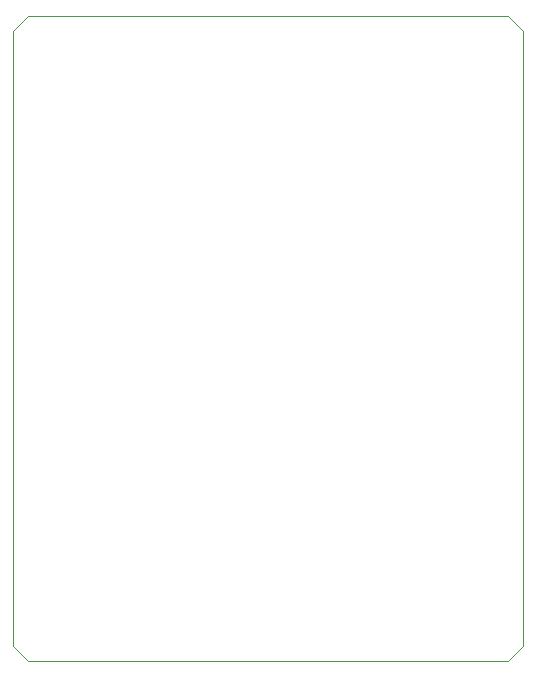
<source format=gbr>
%TF.GenerationSoftware,KiCad,Pcbnew,(5.1.9)-1*%
%TF.CreationDate,2021-08-30T10:52:12+01:00*%
%TF.ProjectId,projecto1,70726f6a-6563-4746-9f31-2e6b69636164,1.5*%
%TF.SameCoordinates,Original*%
%TF.FileFunction,Profile,NP*%
%FSLAX46Y46*%
G04 Gerber Fmt 4.6, Leading zero omitted, Abs format (unit mm)*
G04 Created by KiCad (PCBNEW (5.1.9)-1) date 2021-08-30 10:52:12*
%MOMM*%
%LPD*%
G01*
G04 APERTURE LIST*
%TA.AperFunction,Profile*%
%ADD10C,0.100000*%
%TD*%
G04 APERTURE END LIST*
D10*
X67310000Y-25400000D02*
X68580000Y-26670000D01*
X26670000Y-25400000D02*
X67310000Y-25400000D01*
X25400000Y-26670000D02*
X26670000Y-25400000D01*
X25400000Y-78740000D02*
X25400000Y-26670000D01*
X26670000Y-80010000D02*
X25400000Y-78740000D01*
X67310000Y-80010000D02*
X26670000Y-80010000D01*
X68580000Y-78740000D02*
X67310000Y-80010000D01*
X68580000Y-26670000D02*
X68580000Y-78740000D01*
M02*

</source>
